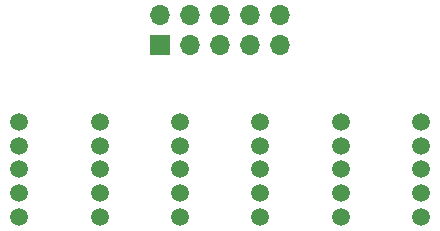
<source format=gbr>
%TF.GenerationSoftware,KiCad,Pcbnew,8.0.5*%
%TF.CreationDate,2025-06-06T16:31:12+09:00*%
%TF.ProjectId,e-con_hub,652d636f-6e5f-4687-9562-2e6b69636164,rev?*%
%TF.SameCoordinates,Original*%
%TF.FileFunction,Soldermask,Top*%
%TF.FilePolarity,Negative*%
%FSLAX46Y46*%
G04 Gerber Fmt 4.6, Leading zero omitted, Abs format (unit mm)*
G04 Created by KiCad (PCBNEW 8.0.5) date 2025-06-06 16:31:12*
%MOMM*%
%LPD*%
G01*
G04 APERTURE LIST*
%ADD10C,1.500000*%
%ADD11R,1.700000X1.700000*%
%ADD12O,1.700000X1.700000*%
G04 APERTURE END LIST*
D10*
%TO.C,J3*%
X151100000Y-101300000D03*
X151100000Y-99300000D03*
X151100000Y-95300000D03*
X151100000Y-103300000D03*
X151100000Y-97300000D03*
%TD*%
%TO.C,J5*%
X164700000Y-101300000D03*
X164700000Y-99300000D03*
X164700000Y-95300000D03*
X164700000Y-103300000D03*
X164700000Y-97300000D03*
%TD*%
%TO.C,J4*%
X157900000Y-101300000D03*
X157900000Y-99300000D03*
X157900000Y-95300000D03*
X157900000Y-103300000D03*
X157900000Y-97300000D03*
%TD*%
%TO.C,J6*%
X171500000Y-101300000D03*
X171500000Y-99300000D03*
X171500000Y-95300000D03*
X171500000Y-103300000D03*
X171500000Y-97300000D03*
%TD*%
D11*
%TO.C,J7*%
X149420000Y-88790000D03*
D12*
X149420000Y-86250000D03*
X151960000Y-88790000D03*
X151960000Y-86250000D03*
X154500000Y-88790000D03*
X154500000Y-86250000D03*
X157040000Y-88790000D03*
X157040000Y-86250000D03*
X159580000Y-88790000D03*
X159580000Y-86250000D03*
%TD*%
D10*
%TO.C,J2*%
X144300000Y-101300000D03*
X144300000Y-99300000D03*
X144300000Y-95300000D03*
X144300000Y-103300000D03*
X144300000Y-97300000D03*
%TD*%
%TO.C,J1*%
X137500000Y-101300000D03*
X137500000Y-99300000D03*
X137500000Y-95300000D03*
X137500000Y-103300000D03*
X137500000Y-97300000D03*
%TD*%
M02*

</source>
